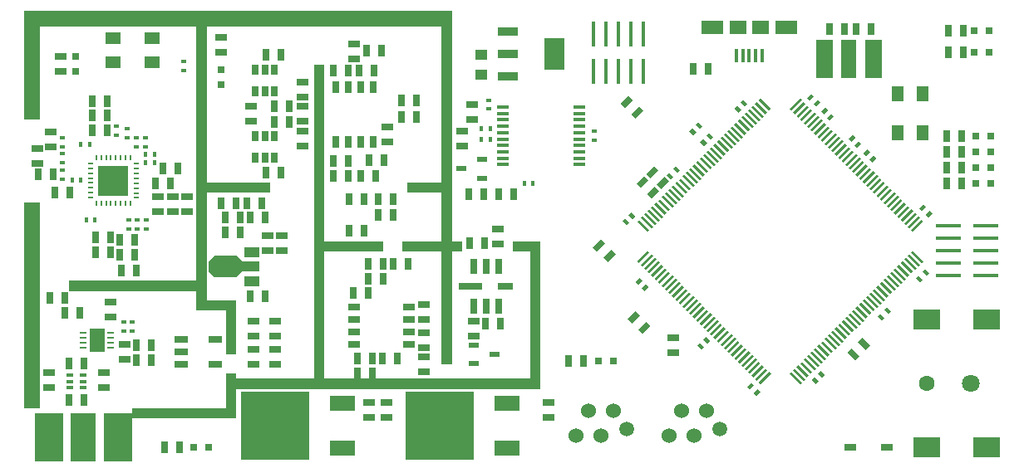
<source format=gbr>
G04 #@! TF.FileFunction,Soldermask,Top*
%FSLAX46Y46*%
G04 Gerber Fmt 4.6, Leading zero omitted, Abs format (unit mm)*
G04 Created by KiCad (PCBNEW (2015-03-23 BZR 5531)-product) date Tue 31 Mar 2015 22:50:38 CEST*
%MOMM*%
G01*
G04 APERTURE LIST*
%ADD10C,0.150000*%
%ADD11R,1.270000X0.406400*%
%ADD12R,1.500000X4.000000*%
%ADD13R,1.700000X4.000000*%
%ADD14R,0.398780X0.599440*%
%ADD15R,0.635000X1.143000*%
%ADD16R,1.143000X0.635000*%
%ADD17R,0.800000X0.300000*%
%ADD18R,1.400000X0.760000*%
%ADD19R,0.599440X0.398780*%
%ADD20R,2.700000X2.000000*%
%ADD21C,1.600000*%
%ADD22C,1.800000*%
%ADD23R,1.200000X0.700000*%
%ADD24R,0.797560X0.797560*%
%ADD25R,0.420000X2.500000*%
%ADD26R,2.500000X0.420000*%
%ADD27R,0.675000X0.250000*%
%ADD28R,1.650000X2.380000*%
%ADD29R,1.270000X0.635000*%
%ADD30R,2.199640X2.199640*%
%ADD31R,1.701800X1.000760*%
%ADD32R,1.501140X1.000760*%
%ADD33R,0.650240X1.059180*%
%ADD34R,0.760000X1.550000*%
%ADD35R,2.360000X0.760000*%
%ADD36R,1.550000X0.760000*%
%ADD37R,0.635000X1.270000*%
%ADD38R,0.400000X1.400000*%
%ADD39R,1.800000X1.400000*%
%ADD40R,2.300000X1.400000*%
%ADD41R,7.000000X7.000000*%
%ADD42R,2.500000X1.500000*%
%ADD43R,1.600000X1.300000*%
%ADD44R,1.300000X1.600000*%
%ADD45R,1.000760X0.599440*%
%ADD46C,1.524000*%
%ADD47C,1.500000*%
%ADD48R,1.250000X1.000000*%
%ADD49R,2.150000X3.250000*%
%ADD50R,2.150000X0.950000*%
%ADD51R,3.098800X3.098800*%
%ADD52R,0.589280X0.280000*%
%ADD53R,0.280000X0.589280*%
%ADD54R,2.500000X5.000000*%
%ADD55R,3.000000X5.000000*%
%ADD56C,0.026000*%
G04 APERTURE END LIST*
D10*
G36*
X252868488Y-124173300D02*
X251790857Y-123095669D01*
X251970462Y-122916064D01*
X253048093Y-123993695D01*
X252868488Y-124173300D01*
X252868488Y-124173300D01*
G37*
G36*
X252509278Y-124532510D02*
X251431647Y-123454879D01*
X251611252Y-123275274D01*
X252688883Y-124352905D01*
X252509278Y-124532510D01*
X252509278Y-124532510D01*
G37*
G36*
X252159048Y-124882740D02*
X251081417Y-123805109D01*
X251261022Y-123625504D01*
X252338653Y-124703135D01*
X252159048Y-124882740D01*
X252159048Y-124882740D01*
G37*
G36*
X251808818Y-125232970D02*
X250731187Y-124155339D01*
X250910792Y-123975734D01*
X251988423Y-125053365D01*
X251808818Y-125232970D01*
X251808818Y-125232970D01*
G37*
G36*
X251449607Y-125592180D02*
X250371976Y-124514549D01*
X250551581Y-124334944D01*
X251629212Y-125412575D01*
X251449607Y-125592180D01*
X251449607Y-125592180D01*
G37*
G36*
X251099377Y-125942410D02*
X250021746Y-124864779D01*
X250201351Y-124685174D01*
X251278982Y-125762805D01*
X251099377Y-125942410D01*
X251099377Y-125942410D01*
G37*
G36*
X250749147Y-126292640D02*
X249671516Y-125215009D01*
X249851121Y-125035404D01*
X250928752Y-126113035D01*
X250749147Y-126292640D01*
X250749147Y-126292640D01*
G37*
G36*
X250389937Y-126651851D02*
X249312306Y-125574220D01*
X249491911Y-125394615D01*
X250569542Y-126472246D01*
X250389937Y-126651851D01*
X250389937Y-126651851D01*
G37*
G36*
X250039707Y-127002081D02*
X248962076Y-125924450D01*
X249141681Y-125744845D01*
X250219312Y-126822476D01*
X250039707Y-127002081D01*
X250039707Y-127002081D01*
G37*
G36*
X249689477Y-127352311D02*
X248611846Y-126274680D01*
X248791451Y-126095075D01*
X249869082Y-127172706D01*
X249689477Y-127352311D01*
X249689477Y-127352311D01*
G37*
G36*
X249330267Y-127711521D02*
X248252636Y-126633890D01*
X248432241Y-126454285D01*
X249509872Y-127531916D01*
X249330267Y-127711521D01*
X249330267Y-127711521D01*
G37*
G36*
X248980037Y-128061751D02*
X247902406Y-126984120D01*
X248082011Y-126804515D01*
X249159642Y-127882146D01*
X248980037Y-128061751D01*
X248980037Y-128061751D01*
G37*
G36*
X248629807Y-128411981D02*
X247552176Y-127334350D01*
X247731781Y-127154745D01*
X248809412Y-128232376D01*
X248629807Y-128411981D01*
X248629807Y-128411981D01*
G37*
G36*
X248270597Y-128771191D02*
X247192966Y-127693560D01*
X247372571Y-127513955D01*
X248450202Y-128591586D01*
X248270597Y-128771191D01*
X248270597Y-128771191D01*
G37*
G36*
X247920367Y-129121421D02*
X246842736Y-128043790D01*
X247022341Y-127864185D01*
X248099972Y-128941816D01*
X247920367Y-129121421D01*
X247920367Y-129121421D01*
G37*
G36*
X247570137Y-129471651D02*
X246492506Y-128394020D01*
X246672111Y-128214415D01*
X247749742Y-129292046D01*
X247570137Y-129471651D01*
X247570137Y-129471651D01*
G37*
G36*
X247210927Y-129830861D02*
X246133296Y-128753230D01*
X246312901Y-128573625D01*
X247390532Y-129651256D01*
X247210927Y-129830861D01*
X247210927Y-129830861D01*
G37*
G36*
X246860697Y-130181091D02*
X245783066Y-129103460D01*
X245962671Y-128923855D01*
X247040302Y-130001486D01*
X246860697Y-130181091D01*
X246860697Y-130181091D01*
G37*
G36*
X246501486Y-130540302D02*
X245423855Y-129462671D01*
X245603460Y-129283066D01*
X246681091Y-130360697D01*
X246501486Y-130540302D01*
X246501486Y-130540302D01*
G37*
G36*
X246151256Y-130890532D02*
X245073625Y-129812901D01*
X245253230Y-129633296D01*
X246330861Y-130710927D01*
X246151256Y-130890532D01*
X246151256Y-130890532D01*
G37*
G36*
X245792046Y-131249742D02*
X244714415Y-130172111D01*
X244894020Y-129992506D01*
X245971651Y-131070137D01*
X245792046Y-131249742D01*
X245792046Y-131249742D01*
G37*
G36*
X245441816Y-131599972D02*
X244364185Y-130522341D01*
X244543790Y-130342736D01*
X245621421Y-131420367D01*
X245441816Y-131599972D01*
X245441816Y-131599972D01*
G37*
G36*
X245091586Y-131950202D02*
X244013955Y-130872571D01*
X244193560Y-130692966D01*
X245271191Y-131770597D01*
X245091586Y-131950202D01*
X245091586Y-131950202D01*
G37*
G36*
X244732376Y-132309412D02*
X243654745Y-131231781D01*
X243834350Y-131052176D01*
X244911981Y-132129807D01*
X244732376Y-132309412D01*
X244732376Y-132309412D01*
G37*
G36*
X244382146Y-132659642D02*
X243304515Y-131582011D01*
X243484120Y-131402406D01*
X244561751Y-132480037D01*
X244382146Y-132659642D01*
X244382146Y-132659642D01*
G37*
G36*
X244031916Y-133009872D02*
X242954285Y-131932241D01*
X243133890Y-131752636D01*
X244211521Y-132830267D01*
X244031916Y-133009872D01*
X244031916Y-133009872D01*
G37*
G36*
X243672706Y-133369082D02*
X242595075Y-132291451D01*
X242774680Y-132111846D01*
X243852311Y-133189477D01*
X243672706Y-133369082D01*
X243672706Y-133369082D01*
G37*
G36*
X243322476Y-133719312D02*
X242244845Y-132641681D01*
X242424450Y-132462076D01*
X243502081Y-133539707D01*
X243322476Y-133719312D01*
X243322476Y-133719312D01*
G37*
G36*
X242972246Y-134069542D02*
X241894615Y-132991911D01*
X242074220Y-132812306D01*
X243151851Y-133889937D01*
X242972246Y-134069542D01*
X242972246Y-134069542D01*
G37*
G36*
X242613035Y-134428752D02*
X241535404Y-133351121D01*
X241715009Y-133171516D01*
X242792640Y-134249147D01*
X242613035Y-134428752D01*
X242613035Y-134428752D01*
G37*
G36*
X242262805Y-134778982D02*
X241185174Y-133701351D01*
X241364779Y-133521746D01*
X242442410Y-134599377D01*
X242262805Y-134778982D01*
X242262805Y-134778982D01*
G37*
G36*
X241912575Y-135129212D02*
X240834944Y-134051581D01*
X241014549Y-133871976D01*
X242092180Y-134949607D01*
X241912575Y-135129212D01*
X241912575Y-135129212D01*
G37*
G36*
X241553365Y-135488423D02*
X240475734Y-134410792D01*
X240655339Y-134231187D01*
X241732970Y-135308818D01*
X241553365Y-135488423D01*
X241553365Y-135488423D01*
G37*
G36*
X241203135Y-135838653D02*
X240125504Y-134761022D01*
X240305109Y-134581417D01*
X241382740Y-135659048D01*
X241203135Y-135838653D01*
X241203135Y-135838653D01*
G37*
G36*
X240852905Y-136188883D02*
X239775274Y-135111252D01*
X239954879Y-134931647D01*
X241032510Y-136009278D01*
X240852905Y-136188883D01*
X240852905Y-136188883D01*
G37*
G36*
X240493695Y-136548093D02*
X239416064Y-135470462D01*
X239595669Y-135290857D01*
X240673300Y-136368488D01*
X240493695Y-136548093D01*
X240493695Y-136548093D01*
G37*
G36*
X249851121Y-149964596D02*
X249671516Y-149784991D01*
X250749147Y-148707360D01*
X250928752Y-148886965D01*
X249851121Y-149964596D01*
X249851121Y-149964596D01*
G37*
G36*
X250201351Y-150314826D02*
X250021746Y-150135221D01*
X251099377Y-149057590D01*
X251278982Y-149237195D01*
X250201351Y-150314826D01*
X250201351Y-150314826D01*
G37*
G36*
X250551581Y-150665056D02*
X250371976Y-150485451D01*
X251449607Y-149407820D01*
X251629212Y-149587425D01*
X250551581Y-150665056D01*
X250551581Y-150665056D01*
G37*
G36*
X250910792Y-151024266D02*
X250731187Y-150844661D01*
X251808818Y-149767030D01*
X251988423Y-149946635D01*
X250910792Y-151024266D01*
X250910792Y-151024266D01*
G37*
G36*
X251261022Y-151374496D02*
X251081417Y-151194891D01*
X252159048Y-150117260D01*
X252338653Y-150296865D01*
X251261022Y-151374496D01*
X251261022Y-151374496D01*
G37*
G36*
X251611252Y-151724726D02*
X251431647Y-151545121D01*
X252509278Y-150467490D01*
X252688883Y-150647095D01*
X251611252Y-151724726D01*
X251611252Y-151724726D01*
G37*
G36*
X251970462Y-152083936D02*
X251790857Y-151904331D01*
X252868488Y-150826700D01*
X253048093Y-151006305D01*
X251970462Y-152083936D01*
X251970462Y-152083936D01*
G37*
G36*
X265737195Y-134778982D02*
X265557590Y-134599377D01*
X266635221Y-133521746D01*
X266814826Y-133701351D01*
X265737195Y-134778982D01*
X265737195Y-134778982D01*
G37*
G36*
X265386965Y-134428752D02*
X265207360Y-134249147D01*
X266284991Y-133171516D01*
X266464596Y-133351121D01*
X265386965Y-134428752D01*
X265386965Y-134428752D01*
G37*
G36*
X265027754Y-134069542D02*
X264848149Y-133889937D01*
X265925780Y-132812306D01*
X266105385Y-132991911D01*
X265027754Y-134069542D01*
X265027754Y-134069542D01*
G37*
G36*
X264677524Y-133719312D02*
X264497919Y-133539707D01*
X265575550Y-132462076D01*
X265755155Y-132641681D01*
X264677524Y-133719312D01*
X264677524Y-133719312D01*
G37*
G36*
X264327294Y-133369082D02*
X264147689Y-133189477D01*
X265225320Y-132111846D01*
X265404925Y-132291451D01*
X264327294Y-133369082D01*
X264327294Y-133369082D01*
G37*
G36*
X263968084Y-133009872D02*
X263788479Y-132830267D01*
X264866110Y-131752636D01*
X265045715Y-131932241D01*
X263968084Y-133009872D01*
X263968084Y-133009872D01*
G37*
G36*
X263617854Y-132659642D02*
X263438249Y-132480037D01*
X264515880Y-131402406D01*
X264695485Y-131582011D01*
X263617854Y-132659642D01*
X263617854Y-132659642D01*
G37*
G36*
X263267624Y-132309412D02*
X263088019Y-132129807D01*
X264165650Y-131052176D01*
X264345255Y-131231781D01*
X263267624Y-132309412D01*
X263267624Y-132309412D01*
G37*
G36*
X262908414Y-131950202D02*
X262728809Y-131770597D01*
X263806440Y-130692966D01*
X263986045Y-130872571D01*
X262908414Y-131950202D01*
X262908414Y-131950202D01*
G37*
G36*
X262558184Y-131599972D02*
X262378579Y-131420367D01*
X263456210Y-130342736D01*
X263635815Y-130522341D01*
X262558184Y-131599972D01*
X262558184Y-131599972D01*
G37*
G36*
X262207954Y-131249742D02*
X262028349Y-131070137D01*
X263105980Y-129992506D01*
X263285585Y-130172111D01*
X262207954Y-131249742D01*
X262207954Y-131249742D01*
G37*
G36*
X261848744Y-130890532D02*
X261669139Y-130710927D01*
X262746770Y-129633296D01*
X262926375Y-129812901D01*
X261848744Y-130890532D01*
X261848744Y-130890532D01*
G37*
G36*
X261498514Y-130540302D02*
X261318909Y-130360697D01*
X262396540Y-129283066D01*
X262576145Y-129462671D01*
X261498514Y-130540302D01*
X261498514Y-130540302D01*
G37*
G36*
X261139303Y-130181091D02*
X260959698Y-130001486D01*
X262037329Y-128923855D01*
X262216934Y-129103460D01*
X261139303Y-130181091D01*
X261139303Y-130181091D01*
G37*
G36*
X260789073Y-129830861D02*
X260609468Y-129651256D01*
X261687099Y-128573625D01*
X261866704Y-128753230D01*
X260789073Y-129830861D01*
X260789073Y-129830861D01*
G37*
G36*
X260429863Y-129471651D02*
X260250258Y-129292046D01*
X261327889Y-128214415D01*
X261507494Y-128394020D01*
X260429863Y-129471651D01*
X260429863Y-129471651D01*
G37*
G36*
X260079633Y-129121421D02*
X259900028Y-128941816D01*
X260977659Y-127864185D01*
X261157264Y-128043790D01*
X260079633Y-129121421D01*
X260079633Y-129121421D01*
G37*
G36*
X259729403Y-128771191D02*
X259549798Y-128591586D01*
X260627429Y-127513955D01*
X260807034Y-127693560D01*
X259729403Y-128771191D01*
X259729403Y-128771191D01*
G37*
G36*
X259370193Y-128411981D02*
X259190588Y-128232376D01*
X260268219Y-127154745D01*
X260447824Y-127334350D01*
X259370193Y-128411981D01*
X259370193Y-128411981D01*
G37*
G36*
X259019963Y-128061751D02*
X258840358Y-127882146D01*
X259917989Y-126804515D01*
X260097594Y-126984120D01*
X259019963Y-128061751D01*
X259019963Y-128061751D01*
G37*
G36*
X258669733Y-127711521D02*
X258490128Y-127531916D01*
X259567759Y-126454285D01*
X259747364Y-126633890D01*
X258669733Y-127711521D01*
X258669733Y-127711521D01*
G37*
G36*
X258310523Y-127352311D02*
X258130918Y-127172706D01*
X259208549Y-126095075D01*
X259388154Y-126274680D01*
X258310523Y-127352311D01*
X258310523Y-127352311D01*
G37*
G36*
X257960293Y-127002081D02*
X257780688Y-126822476D01*
X258858319Y-125744845D01*
X259037924Y-125924450D01*
X257960293Y-127002081D01*
X257960293Y-127002081D01*
G37*
G36*
X257610063Y-126651851D02*
X257430458Y-126472246D01*
X258508089Y-125394615D01*
X258687694Y-125574220D01*
X257610063Y-126651851D01*
X257610063Y-126651851D01*
G37*
G36*
X257250853Y-126292640D02*
X257071248Y-126113035D01*
X258148879Y-125035404D01*
X258328484Y-125215009D01*
X257250853Y-126292640D01*
X257250853Y-126292640D01*
G37*
G36*
X256900623Y-125942410D02*
X256721018Y-125762805D01*
X257798649Y-124685174D01*
X257978254Y-124864779D01*
X256900623Y-125942410D01*
X256900623Y-125942410D01*
G37*
G36*
X256550393Y-125592180D02*
X256370788Y-125412575D01*
X257448419Y-124334944D01*
X257628024Y-124514549D01*
X256550393Y-125592180D01*
X256550393Y-125592180D01*
G37*
G36*
X256191182Y-125232970D02*
X256011577Y-125053365D01*
X257089208Y-123975734D01*
X257268813Y-124155339D01*
X256191182Y-125232970D01*
X256191182Y-125232970D01*
G37*
G36*
X255840952Y-124882740D02*
X255661347Y-124703135D01*
X256738978Y-123625504D01*
X256918583Y-123805109D01*
X255840952Y-124882740D01*
X255840952Y-124882740D01*
G37*
G36*
X255490722Y-124532510D02*
X255311117Y-124352905D01*
X256388748Y-123275274D01*
X256568353Y-123454879D01*
X255490722Y-124532510D01*
X255490722Y-124532510D01*
G37*
G36*
X255131512Y-124173300D02*
X254951907Y-123993695D01*
X256029538Y-122916064D01*
X256209143Y-123095669D01*
X255131512Y-124173300D01*
X255131512Y-124173300D01*
G37*
G36*
X239595669Y-139709143D02*
X239416064Y-139529538D01*
X240493695Y-138451907D01*
X240673300Y-138631512D01*
X239595669Y-139709143D01*
X239595669Y-139709143D01*
G37*
G36*
X239954879Y-140068353D02*
X239775274Y-139888748D01*
X240852905Y-138811117D01*
X241032510Y-138990722D01*
X239954879Y-140068353D01*
X239954879Y-140068353D01*
G37*
G36*
X240305109Y-140418583D02*
X240125504Y-140238978D01*
X241203135Y-139161347D01*
X241382740Y-139340952D01*
X240305109Y-140418583D01*
X240305109Y-140418583D01*
G37*
G36*
X240655339Y-140768813D02*
X240475734Y-140589208D01*
X241553365Y-139511577D01*
X241732970Y-139691182D01*
X240655339Y-140768813D01*
X240655339Y-140768813D01*
G37*
G36*
X241014549Y-141128024D02*
X240834944Y-140948419D01*
X241912575Y-139870788D01*
X242092180Y-140050393D01*
X241014549Y-141128024D01*
X241014549Y-141128024D01*
G37*
G36*
X241364779Y-141478254D02*
X241185174Y-141298649D01*
X242262805Y-140221018D01*
X242442410Y-140400623D01*
X241364779Y-141478254D01*
X241364779Y-141478254D01*
G37*
G36*
X241715009Y-141828484D02*
X241535404Y-141648879D01*
X242613035Y-140571248D01*
X242792640Y-140750853D01*
X241715009Y-141828484D01*
X241715009Y-141828484D01*
G37*
G36*
X242074220Y-142187694D02*
X241894615Y-142008089D01*
X242972246Y-140930458D01*
X243151851Y-141110063D01*
X242074220Y-142187694D01*
X242074220Y-142187694D01*
G37*
G36*
X242424450Y-142537924D02*
X242244845Y-142358319D01*
X243322476Y-141280688D01*
X243502081Y-141460293D01*
X242424450Y-142537924D01*
X242424450Y-142537924D01*
G37*
G36*
X242774680Y-142888154D02*
X242595075Y-142708549D01*
X243672706Y-141630918D01*
X243852311Y-141810523D01*
X242774680Y-142888154D01*
X242774680Y-142888154D01*
G37*
G36*
X243133890Y-143247364D02*
X242954285Y-143067759D01*
X244031916Y-141990128D01*
X244211521Y-142169733D01*
X243133890Y-143247364D01*
X243133890Y-143247364D01*
G37*
G36*
X243484120Y-143597594D02*
X243304515Y-143417989D01*
X244382146Y-142340358D01*
X244561751Y-142519963D01*
X243484120Y-143597594D01*
X243484120Y-143597594D01*
G37*
G36*
X243834350Y-143947824D02*
X243654745Y-143768219D01*
X244732376Y-142690588D01*
X244911981Y-142870193D01*
X243834350Y-143947824D01*
X243834350Y-143947824D01*
G37*
G36*
X244193560Y-144307034D02*
X244013955Y-144127429D01*
X245091586Y-143049798D01*
X245271191Y-143229403D01*
X244193560Y-144307034D01*
X244193560Y-144307034D01*
G37*
G36*
X244543790Y-144657264D02*
X244364185Y-144477659D01*
X245441816Y-143400028D01*
X245621421Y-143579633D01*
X244543790Y-144657264D01*
X244543790Y-144657264D01*
G37*
G36*
X244894020Y-145007494D02*
X244714415Y-144827889D01*
X245792046Y-143750258D01*
X245971651Y-143929863D01*
X244894020Y-145007494D01*
X244894020Y-145007494D01*
G37*
G36*
X245253230Y-145366704D02*
X245073625Y-145187099D01*
X246151256Y-144109468D01*
X246330861Y-144289073D01*
X245253230Y-145366704D01*
X245253230Y-145366704D01*
G37*
G36*
X245603460Y-145716934D02*
X245423855Y-145537329D01*
X246501486Y-144459698D01*
X246681091Y-144639303D01*
X245603460Y-145716934D01*
X245603460Y-145716934D01*
G37*
G36*
X245962671Y-146076145D02*
X245783066Y-145896540D01*
X246860697Y-144818909D01*
X247040302Y-144998514D01*
X245962671Y-146076145D01*
X245962671Y-146076145D01*
G37*
G36*
X246312901Y-146426375D02*
X246133296Y-146246770D01*
X247210927Y-145169139D01*
X247390532Y-145348744D01*
X246312901Y-146426375D01*
X246312901Y-146426375D01*
G37*
G36*
X246672111Y-146785585D02*
X246492506Y-146605980D01*
X247570137Y-145528349D01*
X247749742Y-145707954D01*
X246672111Y-146785585D01*
X246672111Y-146785585D01*
G37*
G36*
X247022341Y-147135815D02*
X246842736Y-146956210D01*
X247920367Y-145878579D01*
X248099972Y-146058184D01*
X247022341Y-147135815D01*
X247022341Y-147135815D01*
G37*
G36*
X247372571Y-147486045D02*
X247192966Y-147306440D01*
X248270597Y-146228809D01*
X248450202Y-146408414D01*
X247372571Y-147486045D01*
X247372571Y-147486045D01*
G37*
G36*
X247731781Y-147845255D02*
X247552176Y-147665650D01*
X248629807Y-146588019D01*
X248809412Y-146767624D01*
X247731781Y-147845255D01*
X247731781Y-147845255D01*
G37*
G36*
X248082011Y-148195485D02*
X247902406Y-148015880D01*
X248980037Y-146938249D01*
X249159642Y-147117854D01*
X248082011Y-148195485D01*
X248082011Y-148195485D01*
G37*
G36*
X248432241Y-148545715D02*
X248252636Y-148366110D01*
X249330267Y-147288479D01*
X249509872Y-147468084D01*
X248432241Y-148545715D01*
X248432241Y-148545715D01*
G37*
G36*
X248791451Y-148904925D02*
X248611846Y-148725320D01*
X249689477Y-147647689D01*
X249869082Y-147827294D01*
X248791451Y-148904925D01*
X248791451Y-148904925D01*
G37*
G36*
X249141681Y-149255155D02*
X248962076Y-149075550D01*
X250039707Y-147997919D01*
X250219312Y-148177524D01*
X249141681Y-149255155D01*
X249141681Y-149255155D01*
G37*
G36*
X249491911Y-149605385D02*
X249312306Y-149425780D01*
X250389937Y-148348149D01*
X250569542Y-148527754D01*
X249491911Y-149605385D01*
X249491911Y-149605385D01*
G37*
G36*
X257798649Y-150314826D02*
X256721018Y-149237195D01*
X256900623Y-149057590D01*
X257978254Y-150135221D01*
X257798649Y-150314826D01*
X257798649Y-150314826D01*
G37*
G36*
X258148879Y-149964596D02*
X257071248Y-148886965D01*
X257250853Y-148707360D01*
X258328484Y-149784991D01*
X258148879Y-149964596D01*
X258148879Y-149964596D01*
G37*
G36*
X258508089Y-149605385D02*
X257430458Y-148527754D01*
X257610063Y-148348149D01*
X258687694Y-149425780D01*
X258508089Y-149605385D01*
X258508089Y-149605385D01*
G37*
G36*
X258858319Y-149255155D02*
X257780688Y-148177524D01*
X257960293Y-147997919D01*
X259037924Y-149075550D01*
X258858319Y-149255155D01*
X258858319Y-149255155D01*
G37*
G36*
X259208549Y-148904925D02*
X258130918Y-147827294D01*
X258310523Y-147647689D01*
X259388154Y-148725320D01*
X259208549Y-148904925D01*
X259208549Y-148904925D01*
G37*
G36*
X259567759Y-148545715D02*
X258490128Y-147468084D01*
X258669733Y-147288479D01*
X259747364Y-148366110D01*
X259567759Y-148545715D01*
X259567759Y-148545715D01*
G37*
G36*
X259917989Y-148195485D02*
X258840358Y-147117854D01*
X259019963Y-146938249D01*
X260097594Y-148015880D01*
X259917989Y-148195485D01*
X259917989Y-148195485D01*
G37*
G36*
X260268219Y-147845255D02*
X259190588Y-146767624D01*
X259370193Y-146588019D01*
X260447824Y-147665650D01*
X260268219Y-147845255D01*
X260268219Y-147845255D01*
G37*
G36*
X260627429Y-147486045D02*
X259549798Y-146408414D01*
X259729403Y-146228809D01*
X260807034Y-147306440D01*
X260627429Y-147486045D01*
X260627429Y-147486045D01*
G37*
G36*
X260977659Y-147135815D02*
X259900028Y-146058184D01*
X260079633Y-145878579D01*
X261157264Y-146956210D01*
X260977659Y-147135815D01*
X260977659Y-147135815D01*
G37*
G36*
X261327889Y-146785585D02*
X260250258Y-145707954D01*
X260429863Y-145528349D01*
X261507494Y-146605980D01*
X261327889Y-146785585D01*
X261327889Y-146785585D01*
G37*
G36*
X261687099Y-146426375D02*
X260609468Y-145348744D01*
X260789073Y-145169139D01*
X261866704Y-146246770D01*
X261687099Y-146426375D01*
X261687099Y-146426375D01*
G37*
G36*
X262037329Y-146076145D02*
X260959698Y-144998514D01*
X261139303Y-144818909D01*
X262216934Y-145896540D01*
X262037329Y-146076145D01*
X262037329Y-146076145D01*
G37*
G36*
X262396540Y-145716934D02*
X261318909Y-144639303D01*
X261498514Y-144459698D01*
X262576145Y-145537329D01*
X262396540Y-145716934D01*
X262396540Y-145716934D01*
G37*
G36*
X262746770Y-145366704D02*
X261669139Y-144289073D01*
X261848744Y-144109468D01*
X262926375Y-145187099D01*
X262746770Y-145366704D01*
X262746770Y-145366704D01*
G37*
G36*
X263105980Y-145007494D02*
X262028349Y-143929863D01*
X262207954Y-143750258D01*
X263285585Y-144827889D01*
X263105980Y-145007494D01*
X263105980Y-145007494D01*
G37*
G36*
X263456210Y-144657264D02*
X262378579Y-143579633D01*
X262558184Y-143400028D01*
X263635815Y-144477659D01*
X263456210Y-144657264D01*
X263456210Y-144657264D01*
G37*
G36*
X263806440Y-144307034D02*
X262728809Y-143229403D01*
X262908414Y-143049798D01*
X263986045Y-144127429D01*
X263806440Y-144307034D01*
X263806440Y-144307034D01*
G37*
G36*
X264165650Y-143947824D02*
X263088019Y-142870193D01*
X263267624Y-142690588D01*
X264345255Y-143768219D01*
X264165650Y-143947824D01*
X264165650Y-143947824D01*
G37*
G36*
X264515880Y-143597594D02*
X263438249Y-142519963D01*
X263617854Y-142340358D01*
X264695485Y-143417989D01*
X264515880Y-143597594D01*
X264515880Y-143597594D01*
G37*
G36*
X264866110Y-143247364D02*
X263788479Y-142169733D01*
X263968084Y-141990128D01*
X265045715Y-143067759D01*
X264866110Y-143247364D01*
X264866110Y-143247364D01*
G37*
G36*
X265225320Y-142888154D02*
X264147689Y-141810523D01*
X264327294Y-141630918D01*
X265404925Y-142708549D01*
X265225320Y-142888154D01*
X265225320Y-142888154D01*
G37*
G36*
X265575550Y-142537924D02*
X264497919Y-141460293D01*
X264677524Y-141280688D01*
X265755155Y-142358319D01*
X265575550Y-142537924D01*
X265575550Y-142537924D01*
G37*
G36*
X265925780Y-142187694D02*
X264848149Y-141110063D01*
X265027754Y-140930458D01*
X266105385Y-142008089D01*
X265925780Y-142187694D01*
X265925780Y-142187694D01*
G37*
G36*
X266284991Y-141828484D02*
X265207360Y-140750853D01*
X265386965Y-140571248D01*
X266464596Y-141648879D01*
X266284991Y-141828484D01*
X266284991Y-141828484D01*
G37*
G36*
X266635221Y-141478254D02*
X265557590Y-140400623D01*
X265737195Y-140221018D01*
X266814826Y-141298649D01*
X266635221Y-141478254D01*
X266635221Y-141478254D01*
G37*
G36*
X266985451Y-141128024D02*
X265907820Y-140050393D01*
X266087425Y-139870788D01*
X267165056Y-140948419D01*
X266985451Y-141128024D01*
X266985451Y-141128024D01*
G37*
G36*
X267344661Y-140768813D02*
X266267030Y-139691182D01*
X266446635Y-139511577D01*
X267524266Y-140589208D01*
X267344661Y-140768813D01*
X267344661Y-140768813D01*
G37*
G36*
X267694891Y-140418583D02*
X266617260Y-139340952D01*
X266796865Y-139161347D01*
X267874496Y-140238978D01*
X267694891Y-140418583D01*
X267694891Y-140418583D01*
G37*
G36*
X268045121Y-140068353D02*
X266967490Y-138990722D01*
X267147095Y-138811117D01*
X268224726Y-139888748D01*
X268045121Y-140068353D01*
X268045121Y-140068353D01*
G37*
G36*
X268404331Y-139709143D02*
X267326700Y-138631512D01*
X267506305Y-138451907D01*
X268583936Y-139529538D01*
X268404331Y-139709143D01*
X268404331Y-139709143D01*
G37*
G36*
X256029538Y-152083936D02*
X254951907Y-151006305D01*
X255131512Y-150826700D01*
X256209143Y-151904331D01*
X256029538Y-152083936D01*
X256029538Y-152083936D01*
G37*
G36*
X256388748Y-151724726D02*
X255311117Y-150647095D01*
X255490722Y-150467490D01*
X256568353Y-151545121D01*
X256388748Y-151724726D01*
X256388748Y-151724726D01*
G37*
G36*
X256738978Y-151374496D02*
X255661347Y-150296865D01*
X255840952Y-150117260D01*
X256918583Y-151194891D01*
X256738978Y-151374496D01*
X256738978Y-151374496D01*
G37*
G36*
X257089208Y-151024266D02*
X256011577Y-149946635D01*
X256191182Y-149767030D01*
X257268813Y-150844661D01*
X257089208Y-151024266D01*
X257089208Y-151024266D01*
G37*
G36*
X257448419Y-150665056D02*
X256370788Y-149587425D01*
X256550393Y-149407820D01*
X257628024Y-150485451D01*
X257448419Y-150665056D01*
X257448419Y-150665056D01*
G37*
G36*
X267506305Y-136548093D02*
X267326700Y-136368488D01*
X268404331Y-135290857D01*
X268583936Y-135470462D01*
X267506305Y-136548093D01*
X267506305Y-136548093D01*
G37*
G36*
X267147095Y-136188883D02*
X266967490Y-136009278D01*
X268045121Y-134931647D01*
X268224726Y-135111252D01*
X267147095Y-136188883D01*
X267147095Y-136188883D01*
G37*
G36*
X266796865Y-135838653D02*
X266617260Y-135659048D01*
X267694891Y-134581417D01*
X267874496Y-134761022D01*
X266796865Y-135838653D01*
X266796865Y-135838653D01*
G37*
G36*
X266446635Y-135488423D02*
X266267030Y-135308818D01*
X267344661Y-134231187D01*
X267524266Y-134410792D01*
X266446635Y-135488423D01*
X266446635Y-135488423D01*
G37*
G36*
X266087425Y-135129212D02*
X265907820Y-134949607D01*
X266985451Y-133871976D01*
X267165056Y-134051581D01*
X266087425Y-135129212D01*
X266087425Y-135129212D01*
G37*
D11*
X225751000Y-123825000D03*
X225751000Y-124460000D03*
X225751000Y-125120400D03*
X225751000Y-125780800D03*
X225751000Y-126415800D03*
X225751000Y-127076200D03*
X225751000Y-127736600D03*
X225751000Y-128371600D03*
X225751000Y-129032000D03*
X225751000Y-129667000D03*
X233526000Y-129667000D03*
X233526000Y-129032000D03*
X233526000Y-128371600D03*
X233526000Y-127736600D03*
X233526000Y-127076200D03*
X233526000Y-126415800D03*
X233526000Y-125780800D03*
X233526000Y-125120400D03*
X233526000Y-124460000D03*
X233526000Y-123825000D03*
D12*
X261000000Y-118872000D03*
D13*
X263500000Y-118872000D03*
X258500000Y-118872000D03*
D14*
X227900840Y-131600000D03*
X228800000Y-131600000D03*
D15*
X181138000Y-144800000D03*
X182662000Y-144800000D03*
D16*
X243078000Y-148844000D03*
X243078000Y-147320000D03*
D17*
X181650000Y-152450000D03*
X181650000Y-151800000D03*
X181650000Y-151150000D03*
X182950000Y-151150000D03*
X182950000Y-151800000D03*
X182950000Y-152450000D03*
D18*
X196415000Y-150070000D03*
X196415000Y-147530000D03*
X192985000Y-147530000D03*
X192985000Y-148800000D03*
X192985000Y-150070000D03*
D15*
X181538000Y-153700000D03*
X183062000Y-153700000D03*
X210038000Y-136400000D03*
X211562000Y-136400000D03*
D14*
X224449580Y-127100000D03*
X223550420Y-127100000D03*
D15*
X211562000Y-133250000D03*
X210038000Y-133250000D03*
D19*
X224300000Y-123999160D03*
X224300000Y-123100000D03*
D15*
X184238000Y-138600000D03*
X185762000Y-138600000D03*
D14*
X223550420Y-126000000D03*
X224449580Y-126000000D03*
D15*
X214562000Y-134850000D03*
X213038000Y-134850000D03*
X181538000Y-150000000D03*
X183062000Y-150000000D03*
X179588000Y-143300000D03*
X181112000Y-143300000D03*
D19*
X188400000Y-127849580D03*
X188400000Y-126950420D03*
X189300000Y-127849580D03*
X189300000Y-126950420D03*
D14*
X189350420Y-128600000D03*
X190249580Y-128600000D03*
X189350420Y-129500000D03*
X190249580Y-129500000D03*
D19*
X189400000Y-135350420D03*
X189400000Y-136249580D03*
X188500000Y-135350420D03*
X188500000Y-136249580D03*
D16*
X185800000Y-145262000D03*
X185800000Y-143738000D03*
X187200000Y-148038000D03*
X187200000Y-149562000D03*
D14*
X184199580Y-135300000D03*
X183300420Y-135300000D03*
D15*
X183938000Y-126200000D03*
X185462000Y-126200000D03*
X181662000Y-132500000D03*
X180138000Y-132500000D03*
D19*
X187600000Y-135350420D03*
X187600000Y-136249580D03*
X187100000Y-146649580D03*
X187100000Y-145750420D03*
D16*
X193600000Y-134462000D03*
X193600000Y-132938000D03*
D14*
X182749580Y-131300000D03*
X181850420Y-131300000D03*
D19*
X188000000Y-146649580D03*
X188000000Y-145750420D03*
D14*
X183649580Y-127600000D03*
X182750420Y-127600000D03*
D15*
X185462000Y-123200000D03*
X183938000Y-123200000D03*
D19*
X187500000Y-126949580D03*
X187500000Y-126050420D03*
D16*
X190600000Y-132938000D03*
X190600000Y-134462000D03*
D19*
X186400000Y-126649580D03*
X186400000Y-125750420D03*
D15*
X212038000Y-139800000D03*
X213562000Y-139800000D03*
D16*
X202500000Y-150062000D03*
X202500000Y-148538000D03*
X217700000Y-148362000D03*
X217700000Y-146838000D03*
X217700000Y-145462000D03*
X217700000Y-143938000D03*
X200300000Y-148538000D03*
X200300000Y-150062000D03*
X202500000Y-145638000D03*
X202500000Y-147162000D03*
D15*
X260524000Y-115824000D03*
X259000000Y-115824000D03*
X261738000Y-115824000D03*
X263262000Y-115824000D03*
D16*
X221600000Y-127762000D03*
X221600000Y-126238000D03*
D15*
X200038000Y-143100000D03*
X201562000Y-143100000D03*
X188264800Y-138887200D03*
X186740800Y-138887200D03*
X210947000Y-151003000D03*
X212471000Y-151003000D03*
X216962000Y-123100000D03*
X215438000Y-123100000D03*
X198962000Y-136600000D03*
X197438000Y-136600000D03*
X198962000Y-135100000D03*
X197438000Y-135100000D03*
X197038000Y-133600000D03*
X198562000Y-133600000D03*
D16*
X203200000Y-136938000D03*
X203200000Y-138462000D03*
D15*
X201638000Y-130500000D03*
X203162000Y-130500000D03*
X203962000Y-125300000D03*
X202438000Y-125300000D03*
X224003200Y-145941200D03*
X225527200Y-145941200D03*
D16*
X200100000Y-123738000D03*
X200100000Y-125262000D03*
D15*
X202438000Y-123700000D03*
X203962000Y-123700000D03*
X223877200Y-137691200D03*
X222353200Y-137691200D03*
X203162000Y-118500000D03*
X201638000Y-118500000D03*
D16*
X210550000Y-118862000D03*
X210550000Y-117338000D03*
D15*
X208488000Y-129300000D03*
X210012000Y-129300000D03*
X212138000Y-129200000D03*
X213662000Y-129200000D03*
D10*
G36*
X268253043Y-141670825D02*
X267829175Y-141246957D01*
X268111155Y-140964977D01*
X268535023Y-141388845D01*
X268253043Y-141670825D01*
X268253043Y-141670825D01*
G37*
G36*
X268888845Y-141035023D02*
X268464977Y-140611155D01*
X268746957Y-140329175D01*
X269170825Y-140753043D01*
X268888845Y-141035023D01*
X268888845Y-141035023D01*
G37*
G36*
X250246957Y-123029175D02*
X250670825Y-123453043D01*
X250388845Y-123735023D01*
X249964977Y-123311155D01*
X250246957Y-123029175D01*
X250246957Y-123029175D01*
G37*
G36*
X249611155Y-123664977D02*
X250035023Y-124088845D01*
X249753043Y-124370825D01*
X249329175Y-123946957D01*
X249611155Y-123664977D01*
X249611155Y-123664977D01*
G37*
G36*
X245646957Y-125329175D02*
X246070825Y-125753043D01*
X245788845Y-126035023D01*
X245364977Y-125611155D01*
X245646957Y-125329175D01*
X245646957Y-125329175D01*
G37*
G36*
X245011155Y-125964977D02*
X245435023Y-126388845D01*
X245153043Y-126670825D01*
X244729175Y-126246957D01*
X245011155Y-125964977D01*
X245011155Y-125964977D01*
G37*
G36*
X262270825Y-127546957D02*
X261846957Y-127970825D01*
X261564977Y-127688845D01*
X261988845Y-127264977D01*
X262270825Y-127546957D01*
X262270825Y-127546957D01*
G37*
G36*
X261635023Y-126911155D02*
X261211155Y-127335023D01*
X260929175Y-127053043D01*
X261353043Y-126629175D01*
X261635023Y-126911155D01*
X261635023Y-126911155D01*
G37*
G36*
X246746957Y-126429175D02*
X247170825Y-126853043D01*
X246888845Y-127135023D01*
X246464977Y-126711155D01*
X246746957Y-126429175D01*
X246746957Y-126429175D01*
G37*
G36*
X246111155Y-127064977D02*
X246535023Y-127488845D01*
X246253043Y-127770825D01*
X245829175Y-127346957D01*
X246111155Y-127064977D01*
X246111155Y-127064977D01*
G37*
G36*
X256729175Y-122853043D02*
X257153043Y-122429175D01*
X257435023Y-122711155D01*
X257011155Y-123135023D01*
X256729175Y-122853043D01*
X256729175Y-122853043D01*
G37*
G36*
X257364977Y-123488845D02*
X257788845Y-123064977D01*
X258070825Y-123346957D01*
X257646957Y-123770825D01*
X257364977Y-123488845D01*
X257364977Y-123488845D01*
G37*
G36*
X269470825Y-134646957D02*
X269046957Y-135070825D01*
X268764977Y-134788845D01*
X269188845Y-134364977D01*
X269470825Y-134646957D01*
X269470825Y-134646957D01*
G37*
G36*
X268835023Y-134011155D02*
X268411155Y-134435023D01*
X268129175Y-134153043D01*
X268553043Y-133729175D01*
X268835023Y-134011155D01*
X268835023Y-134011155D01*
G37*
G36*
X258129175Y-124253043D02*
X258553043Y-123829175D01*
X258835023Y-124111155D01*
X258411155Y-124535023D01*
X258129175Y-124253043D01*
X258129175Y-124253043D01*
G37*
G36*
X258764977Y-124888845D02*
X259188845Y-124464977D01*
X259470825Y-124746957D01*
X259046957Y-125170825D01*
X258764977Y-124888845D01*
X258764977Y-124888845D01*
G37*
G36*
X257653043Y-152070825D02*
X257229175Y-151646957D01*
X257511155Y-151364977D01*
X257935023Y-151788845D01*
X257653043Y-152070825D01*
X257653043Y-152070825D01*
G37*
G36*
X258288845Y-151435023D02*
X257864977Y-151011155D01*
X258146957Y-150729175D01*
X258570825Y-151153043D01*
X258288845Y-151435023D01*
X258288845Y-151435023D01*
G37*
G36*
X245953043Y-148570825D02*
X245529175Y-148146957D01*
X245811155Y-147864977D01*
X246235023Y-148288845D01*
X245953043Y-148570825D01*
X245953043Y-148570825D01*
G37*
G36*
X246588845Y-147935023D02*
X246164977Y-147511155D01*
X246446957Y-147229175D01*
X246870825Y-147653043D01*
X246588845Y-147935023D01*
X246588845Y-147935023D01*
G37*
G36*
X243346957Y-129829175D02*
X243770825Y-130253043D01*
X243488845Y-130535023D01*
X243064977Y-130111155D01*
X243346957Y-129829175D01*
X243346957Y-129829175D01*
G37*
G36*
X242711155Y-130464977D02*
X243135023Y-130888845D01*
X242853043Y-131170825D01*
X242429175Y-130746957D01*
X242711155Y-130464977D01*
X242711155Y-130464977D01*
G37*
G36*
X263770825Y-129046957D02*
X263346957Y-129470825D01*
X263064977Y-129188845D01*
X263488845Y-128764977D01*
X263770825Y-129046957D01*
X263770825Y-129046957D01*
G37*
G36*
X263135023Y-128411155D02*
X262711155Y-128835023D01*
X262429175Y-128553043D01*
X262853043Y-128129175D01*
X263135023Y-128411155D01*
X263135023Y-128411155D01*
G37*
G36*
X251970825Y-152846957D02*
X251546957Y-153270825D01*
X251264977Y-152988845D01*
X251688845Y-152564977D01*
X251970825Y-152846957D01*
X251970825Y-152846957D01*
G37*
G36*
X251335023Y-152211155D02*
X250911155Y-152635023D01*
X250629175Y-152353043D01*
X251053043Y-151929175D01*
X251335023Y-152211155D01*
X251335023Y-152211155D01*
G37*
D16*
X230378000Y-153924000D03*
X230378000Y-155448000D03*
D19*
X180900000Y-126950420D03*
X180900000Y-127849580D03*
X180900000Y-128550420D03*
X180900000Y-129449580D03*
X180900000Y-131149580D03*
X180900000Y-130250420D03*
D16*
X212090000Y-153924000D03*
X212090000Y-155448000D03*
X213868000Y-153924000D03*
X213868000Y-155448000D03*
D10*
G36*
X264846957Y-144229175D02*
X265270825Y-144653043D01*
X264988845Y-144935023D01*
X264564977Y-144511155D01*
X264846957Y-144229175D01*
X264846957Y-144229175D01*
G37*
G36*
X264211155Y-144864977D02*
X264635023Y-145288845D01*
X264353043Y-145570825D01*
X263929175Y-145146957D01*
X264211155Y-144864977D01*
X264211155Y-144864977D01*
G37*
G36*
X238353043Y-135870825D02*
X237929175Y-135446957D01*
X238211155Y-135164977D01*
X238635023Y-135588845D01*
X238353043Y-135870825D01*
X238353043Y-135870825D01*
G37*
G36*
X238988845Y-135235023D02*
X238564977Y-134811155D01*
X238846957Y-134529175D01*
X239270825Y-134953043D01*
X238988845Y-135235023D01*
X238988845Y-135235023D01*
G37*
G36*
X239229175Y-141653043D02*
X239653043Y-141229175D01*
X239935023Y-141511155D01*
X239511155Y-141935023D01*
X239229175Y-141653043D01*
X239229175Y-141653043D01*
G37*
G36*
X239864977Y-142288845D02*
X240288845Y-141864977D01*
X240570825Y-142146957D01*
X240146957Y-142570825D01*
X239864977Y-142288845D01*
X239864977Y-142288845D01*
G37*
D19*
X235077000Y-126296420D03*
X235077000Y-127195580D03*
X193200000Y-120049580D03*
X193200000Y-119150420D03*
D20*
X275000000Y-145500000D03*
X268900000Y-145500000D03*
X268900000Y-158500000D03*
X275000000Y-158500000D03*
D21*
X268900000Y-152000000D03*
D22*
X273400000Y-152000000D03*
D23*
X264850000Y-158500000D03*
X261150000Y-158500000D03*
D24*
X275449300Y-130000000D03*
X273950700Y-130000000D03*
X275449300Y-128400000D03*
X273950700Y-128400000D03*
X182200000Y-120149300D03*
X182200000Y-118650700D03*
X275249300Y-118200000D03*
X273750700Y-118200000D03*
X275249300Y-116000000D03*
X273750700Y-116000000D03*
D15*
X199638000Y-133600000D03*
X201162000Y-133600000D03*
X200038000Y-135100000D03*
X201562000Y-135100000D03*
D16*
X214000000Y-127362000D03*
X214000000Y-125838000D03*
D15*
X213038000Y-133250000D03*
X214562000Y-133250000D03*
D16*
X185100000Y-150938000D03*
X185100000Y-152462000D03*
X179500000Y-150938000D03*
X179500000Y-152462000D03*
D15*
X188438000Y-148100000D03*
X189962000Y-148100000D03*
X188438000Y-149600000D03*
X189962000Y-149600000D03*
D16*
X200300000Y-147162000D03*
X200300000Y-145638000D03*
X201800000Y-136938000D03*
X201800000Y-138462000D03*
X222765200Y-147203200D03*
X222765200Y-145679200D03*
X225215200Y-137753200D03*
X225215200Y-136229200D03*
D25*
X234950000Y-116332000D03*
X236220000Y-116332000D03*
X237490000Y-116332000D03*
X238760000Y-116332000D03*
X240030000Y-116332000D03*
X234950000Y-120142000D03*
X236220000Y-120142000D03*
X237490000Y-120142000D03*
X238760000Y-120142000D03*
X240030000Y-120142000D03*
D26*
X274905000Y-135960000D03*
X274905000Y-137230000D03*
X274905000Y-138500000D03*
X274905000Y-139770000D03*
X274905000Y-141040000D03*
X271095000Y-135960000D03*
X271095000Y-137230000D03*
X271095000Y-138500000D03*
X271095000Y-139770000D03*
X271095000Y-141040000D03*
D16*
X222600000Y-125062000D03*
X222600000Y-123538000D03*
D15*
X185762000Y-137100000D03*
X184238000Y-137100000D03*
X186738000Y-137400000D03*
X188262000Y-137400000D03*
X192662000Y-130100000D03*
X191138000Y-130100000D03*
X183938000Y-124700000D03*
X185462000Y-124700000D03*
D16*
X192100000Y-132938000D03*
X192100000Y-134462000D03*
D15*
X190338000Y-131600000D03*
X191862000Y-131600000D03*
X214538000Y-139800000D03*
X216062000Y-139800000D03*
X213562000Y-141300000D03*
X212038000Y-141300000D03*
X212062000Y-142800000D03*
X210538000Y-142800000D03*
D10*
G36*
X262359210Y-147332567D02*
X263167433Y-148140790D01*
X262718420Y-148589803D01*
X261910197Y-147781580D01*
X262359210Y-147332567D01*
X262359210Y-147332567D01*
G37*
G36*
X261281580Y-148410197D02*
X262089803Y-149218420D01*
X261640790Y-149667433D01*
X260832567Y-148859210D01*
X261281580Y-148410197D01*
X261281580Y-148410197D01*
G37*
D15*
X210938000Y-149500000D03*
X212462000Y-149500000D03*
X214962000Y-149500000D03*
X213438000Y-149500000D03*
D16*
X217700000Y-150862000D03*
X217700000Y-149338000D03*
D10*
G36*
X237719567Y-123465790D02*
X238527790Y-122657567D01*
X238976803Y-123106580D01*
X238168580Y-123914803D01*
X237719567Y-123465790D01*
X237719567Y-123465790D01*
G37*
G36*
X238797197Y-124543420D02*
X239605420Y-123735197D01*
X240054433Y-124184210D01*
X239246210Y-124992433D01*
X238797197Y-124543420D01*
X238797197Y-124543420D01*
G37*
G36*
X239332567Y-131640790D02*
X240140790Y-130832567D01*
X240589803Y-131281580D01*
X239781580Y-132089803D01*
X239332567Y-131640790D01*
X239332567Y-131640790D01*
G37*
G36*
X240410197Y-132718420D02*
X241218420Y-131910197D01*
X241667433Y-132359210D01*
X240859210Y-133167433D01*
X240410197Y-132718420D01*
X240410197Y-132718420D01*
G37*
G36*
X240332567Y-130640790D02*
X241140790Y-129832567D01*
X241589803Y-130281580D01*
X240781580Y-131089803D01*
X240332567Y-130640790D01*
X240332567Y-130640790D01*
G37*
G36*
X241410197Y-131718420D02*
X242218420Y-130910197D01*
X242667433Y-131359210D01*
X241859210Y-132167433D01*
X241410197Y-131718420D01*
X241410197Y-131718420D01*
G37*
D15*
X226822000Y-132715000D03*
X225298000Y-132715000D03*
X223774000Y-132715000D03*
X222250000Y-132715000D03*
X186842400Y-140512800D03*
X188366400Y-140512800D03*
D16*
X205300000Y-126238000D03*
X205300000Y-127762000D03*
X205300000Y-123738000D03*
X205300000Y-125262000D03*
X205300000Y-122762000D03*
X205300000Y-121238000D03*
D10*
G36*
X238432567Y-145440790D02*
X239240790Y-144632567D01*
X239689803Y-145081580D01*
X238881580Y-145889803D01*
X238432567Y-145440790D01*
X238432567Y-145440790D01*
G37*
G36*
X239510197Y-146518420D02*
X240318420Y-145710197D01*
X240767433Y-146159210D01*
X239959210Y-146967433D01*
X239510197Y-146518420D01*
X239510197Y-146518420D01*
G37*
G36*
X234893752Y-138101975D02*
X235701975Y-137293752D01*
X236150988Y-137742765D01*
X235342765Y-138550988D01*
X234893752Y-138101975D01*
X234893752Y-138101975D01*
G37*
G36*
X235971382Y-139179605D02*
X236779605Y-138371382D01*
X237228618Y-138820395D01*
X236420395Y-139628618D01*
X235971382Y-139179605D01*
X235971382Y-139179605D01*
G37*
D15*
X246634000Y-119888000D03*
X245110000Y-119888000D03*
X211838000Y-118050000D03*
X213362000Y-118050000D03*
X212612000Y-120100000D03*
X211088000Y-120100000D03*
X210012000Y-120100000D03*
X208488000Y-120100000D03*
X216912000Y-124800000D03*
X215388000Y-124800000D03*
X211288000Y-130800000D03*
X212812000Y-130800000D03*
X210012000Y-130850000D03*
X208488000Y-130850000D03*
D16*
X179700000Y-126338000D03*
X179700000Y-127862000D03*
X178300000Y-128038000D03*
X178300000Y-129562000D03*
D15*
X178438000Y-130700000D03*
X179962000Y-130700000D03*
X272462000Y-130000000D03*
X270938000Y-130000000D03*
X272462000Y-128400000D03*
X270938000Y-128400000D03*
D16*
X180700000Y-118638000D03*
X180700000Y-120162000D03*
D15*
X271138000Y-118200000D03*
X272662000Y-118200000D03*
X271138000Y-116000000D03*
X272662000Y-116000000D03*
D27*
X185812500Y-146850000D03*
X185812500Y-147350000D03*
X185812500Y-147850000D03*
D28*
X184400000Y-147600000D03*
D27*
X185812500Y-148350000D03*
X182987500Y-148350000D03*
X182987500Y-147850000D03*
X182987500Y-147350000D03*
X182987500Y-146850000D03*
D29*
X210556000Y-144245000D03*
X210556000Y-145515000D03*
X210556000Y-146785000D03*
X210556000Y-148055000D03*
X216144000Y-148055000D03*
X216144000Y-146785000D03*
X216144000Y-145515000D03*
X216144000Y-144245000D03*
D10*
G36*
X196400640Y-141199820D02*
X195801200Y-140600380D01*
X195801200Y-139599620D01*
X196400640Y-139000180D01*
X196400640Y-141199820D01*
X196400640Y-141199820D01*
G37*
D30*
X197500460Y-140100000D03*
D10*
G36*
X198602820Y-139000180D02*
X199202260Y-139599620D01*
X199202260Y-140600380D01*
X198602820Y-141199820D01*
X198602820Y-139000180D01*
X198602820Y-139000180D01*
G37*
D31*
X200050620Y-140100000D03*
D32*
X200152220Y-138598860D03*
X200152220Y-141601140D03*
D33*
X201500000Y-126800180D03*
X200550040Y-126800180D03*
X202449960Y-126800180D03*
X201500000Y-128999820D03*
X200550040Y-128999820D03*
X202449960Y-128999820D03*
D34*
X225285200Y-140076200D03*
X222745200Y-140076200D03*
X224015200Y-140076200D03*
X224015200Y-144106200D03*
X222745200Y-144106200D03*
X225285200Y-144106200D03*
D35*
X222405200Y-142091200D03*
D36*
X226030200Y-142091200D03*
D33*
X201500000Y-122199820D03*
X202449960Y-122199820D03*
X200550040Y-122199820D03*
X201500000Y-120000180D03*
X202449960Y-120000180D03*
X200550040Y-120000180D03*
D37*
X212555000Y-121806000D03*
X211285000Y-121806000D03*
X210015000Y-121806000D03*
X208745000Y-121806000D03*
X208745000Y-127394000D03*
X210015000Y-127394000D03*
X211285000Y-127394000D03*
X212555000Y-127394000D03*
D38*
X249525000Y-118547000D03*
X250175000Y-118547000D03*
X250825000Y-118547000D03*
X251475000Y-118547000D03*
X252125000Y-118547000D03*
D39*
X249675000Y-115697000D03*
X251975000Y-115697000D03*
D40*
X247075000Y-115697000D03*
X254575000Y-115697000D03*
D41*
X219287000Y-156337000D03*
D42*
X226187000Y-154037000D03*
X226187000Y-158637000D03*
D41*
X202523000Y-156337000D03*
D42*
X209423000Y-154037000D03*
X209423000Y-158637000D03*
D24*
X195749300Y-158500000D03*
X194250700Y-158500000D03*
X275449300Y-126800000D03*
X273950700Y-126800000D03*
X197000000Y-121499300D03*
X197000000Y-120000700D03*
X235470700Y-149733000D03*
X236969300Y-149733000D03*
X275449300Y-131600000D03*
X273950700Y-131600000D03*
D15*
X192762000Y-158500000D03*
X191238000Y-158500000D03*
X272462000Y-126800000D03*
X270938000Y-126800000D03*
D16*
X197000000Y-118262000D03*
X197000000Y-116738000D03*
D15*
X232410000Y-149733000D03*
X233934000Y-149733000D03*
X272462000Y-131600000D03*
X270938000Y-131600000D03*
D43*
X190000000Y-119250000D03*
X186000000Y-119250000D03*
X190000000Y-116750000D03*
X186000000Y-116750000D03*
D44*
X268458000Y-122460000D03*
X268458000Y-126460000D03*
X265958000Y-122460000D03*
X265958000Y-126460000D03*
D45*
X222808560Y-148088700D03*
X224921840Y-149041200D03*
X222808560Y-149993700D03*
X223656640Y-131052500D03*
X221543360Y-130100000D03*
X223656640Y-129147500D03*
D46*
X246470000Y-154830000D03*
X245200000Y-157370000D03*
X243930000Y-154830000D03*
X242660000Y-157370000D03*
D47*
X247870000Y-156630000D03*
D46*
X236970000Y-154830000D03*
X235700000Y-157370000D03*
X234430000Y-154830000D03*
X233160000Y-157370000D03*
D47*
X238370000Y-156630000D03*
D48*
X223500000Y-120500000D03*
X223500000Y-118500000D03*
D49*
X231000000Y-118400000D03*
D50*
X226275000Y-116100000D03*
X226275000Y-118400000D03*
X226275000Y-120700000D03*
D51*
X186070000Y-131310000D03*
D52*
X183740820Y-133054980D03*
X183738280Y-132554600D03*
X183738280Y-132054220D03*
X183738280Y-131556380D03*
X183738280Y-131056000D03*
X183738280Y-130555620D03*
X183738280Y-130055240D03*
X183738280Y-129554860D03*
X188399180Y-129559940D03*
X188401720Y-130078100D03*
X188401720Y-130578480D03*
X188401720Y-131078860D03*
X188401720Y-131576700D03*
X188401720Y-132077080D03*
X188401720Y-132577460D03*
X188401720Y-133077840D03*
D53*
X185818540Y-128980820D03*
X186318920Y-128980820D03*
X186819300Y-128980820D03*
X187319680Y-128980820D03*
X185318160Y-128980820D03*
X184817780Y-128980820D03*
X184317400Y-128980820D03*
X185818540Y-133639180D03*
X186318920Y-133639180D03*
X186819300Y-133639180D03*
X187319680Y-133639180D03*
X185318160Y-133639180D03*
X184817780Y-133639180D03*
X184319940Y-133639180D03*
X187820060Y-133639180D03*
X187822600Y-128980820D03*
D54*
X183000000Y-157500000D03*
D55*
X186500000Y-157500000D03*
X179500000Y-157500000D03*
X179500000Y-157500000D03*
X186500000Y-157500000D03*
D56*
G36*
X178487000Y-154487000D02*
X177013000Y-154487000D01*
X177013000Y-133513000D01*
X178487000Y-133513000D01*
X178487000Y-154487000D01*
X178487000Y-154487000D01*
G37*
X178487000Y-154487000D02*
X177013000Y-154487000D01*
X177013000Y-133513000D01*
X178487000Y-133513000D01*
X178487000Y-154487000D01*
G36*
X229487000Y-152487000D02*
X198487000Y-152487000D01*
X198487000Y-155487000D01*
X188013000Y-155487000D01*
X188013000Y-154513000D01*
X197513000Y-154513000D01*
X197513000Y-151013000D01*
X198487000Y-151013000D01*
X198487000Y-151513000D01*
X206513000Y-151513000D01*
X206513000Y-144500000D01*
X206513000Y-143500000D01*
X206513000Y-132500000D01*
X206513000Y-131500000D01*
X206513000Y-119513000D01*
X207487000Y-119513000D01*
X207487000Y-131500000D01*
X207487000Y-132500000D01*
X207487000Y-137513000D01*
X213487000Y-137513000D01*
X213487000Y-138487000D01*
X207487000Y-138487000D01*
X207487000Y-151513000D01*
X228513000Y-151513000D01*
X228513000Y-138487000D01*
X226713000Y-138487000D01*
X226713000Y-137513000D01*
X229487000Y-137513000D01*
X229487000Y-152487000D01*
X229487000Y-152487000D01*
G37*
X229487000Y-152487000D02*
X198487000Y-152487000D01*
X198487000Y-155487000D01*
X188013000Y-155487000D01*
X188013000Y-154513000D01*
X197513000Y-154513000D01*
X197513000Y-151013000D01*
X198487000Y-151013000D01*
X198487000Y-151513000D01*
X206513000Y-151513000D01*
X206513000Y-144500000D01*
X206513000Y-143500000D01*
X206513000Y-132500000D01*
X206513000Y-131500000D01*
X206513000Y-119513000D01*
X207487000Y-119513000D01*
X207487000Y-131500000D01*
X207487000Y-132500000D01*
X207487000Y-137513000D01*
X213487000Y-137513000D01*
X213487000Y-138487000D01*
X207487000Y-138487000D01*
X207487000Y-151513000D01*
X228513000Y-151513000D01*
X228513000Y-138487000D01*
X226713000Y-138487000D01*
X226713000Y-137513000D01*
X229487000Y-137513000D01*
X229487000Y-152487000D01*
G36*
X221487000Y-138487000D02*
X220487000Y-138487000D01*
X220487000Y-149987000D01*
X219513000Y-149987000D01*
X219513000Y-138487000D01*
X215513000Y-138487000D01*
X215513000Y-137513000D01*
X219513000Y-137513000D01*
X219513000Y-132487000D01*
X216013000Y-132487000D01*
X216013000Y-131513000D01*
X219513000Y-131513000D01*
X219513000Y-115487000D01*
X195487000Y-115487000D01*
X195487000Y-131513000D01*
X201987000Y-131513000D01*
X201987000Y-132487000D01*
X195487000Y-132487000D01*
X195487000Y-143513000D01*
X198487000Y-143513000D01*
X198487000Y-148987000D01*
X197513000Y-148987000D01*
X197513000Y-144487000D01*
X194513000Y-144487000D01*
X194513000Y-142487000D01*
X181513000Y-142487000D01*
X181513000Y-141513000D01*
X194513000Y-141513000D01*
X194513000Y-115487000D01*
X178487000Y-115487000D01*
X178487000Y-124987000D01*
X177013000Y-124987000D01*
X177013000Y-114013000D01*
X220487000Y-114013000D01*
X220487000Y-137513000D01*
X221487000Y-137513000D01*
X221487000Y-138487000D01*
X221487000Y-138487000D01*
G37*
X221487000Y-138487000D02*
X220487000Y-138487000D01*
X220487000Y-149987000D01*
X219513000Y-149987000D01*
X219513000Y-138487000D01*
X215513000Y-138487000D01*
X215513000Y-137513000D01*
X219513000Y-137513000D01*
X219513000Y-132487000D01*
X216013000Y-132487000D01*
X216013000Y-131513000D01*
X219513000Y-131513000D01*
X219513000Y-115487000D01*
X195487000Y-115487000D01*
X195487000Y-131513000D01*
X201987000Y-131513000D01*
X201987000Y-132487000D01*
X195487000Y-132487000D01*
X195487000Y-143513000D01*
X198487000Y-143513000D01*
X198487000Y-148987000D01*
X197513000Y-148987000D01*
X197513000Y-144487000D01*
X194513000Y-144487000D01*
X194513000Y-142487000D01*
X181513000Y-142487000D01*
X181513000Y-141513000D01*
X194513000Y-141513000D01*
X194513000Y-115487000D01*
X178487000Y-115487000D01*
X178487000Y-124987000D01*
X177013000Y-124987000D01*
X177013000Y-114013000D01*
X220487000Y-114013000D01*
X220487000Y-137513000D01*
X221487000Y-137513000D01*
X221487000Y-138487000D01*
M02*

</source>
